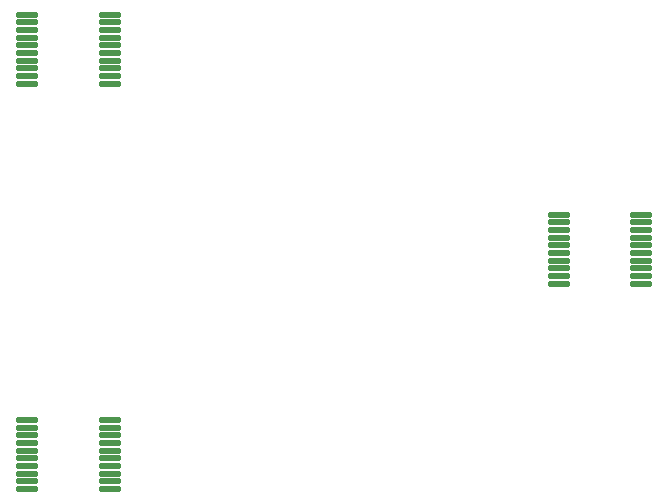
<source format=gbr>
%TF.GenerationSoftware,KiCad,Pcbnew,(6.0.4)*%
%TF.CreationDate,2022-11-15T19:41:09+00:00*%
%TF.ProjectId,pcb_v2,7063625f-7632-42e6-9b69-6361645f7063,rev?*%
%TF.SameCoordinates,Original*%
%TF.FileFunction,Paste,Top*%
%TF.FilePolarity,Positive*%
%FSLAX46Y46*%
G04 Gerber Fmt 4.6, Leading zero omitted, Abs format (unit mm)*
G04 Created by KiCad (PCBNEW (6.0.4)) date 2022-11-15 19:41:09*
%MOMM*%
%LPD*%
G01*
G04 APERTURE LIST*
G04 Aperture macros list*
%AMRoundRect*
0 Rectangle with rounded corners*
0 $1 Rounding radius*
0 $2 $3 $4 $5 $6 $7 $8 $9 X,Y pos of 4 corners*
0 Add a 4 corners polygon primitive as box body*
4,1,4,$2,$3,$4,$5,$6,$7,$8,$9,$2,$3,0*
0 Add four circle primitives for the rounded corners*
1,1,$1+$1,$2,$3*
1,1,$1+$1,$4,$5*
1,1,$1+$1,$6,$7*
1,1,$1+$1,$8,$9*
0 Add four rect primitives between the rounded corners*
20,1,$1+$1,$2,$3,$4,$5,0*
20,1,$1+$1,$4,$5,$6,$7,0*
20,1,$1+$1,$6,$7,$8,$9,0*
20,1,$1+$1,$8,$9,$2,$3,0*%
G04 Aperture macros list end*
%ADD10RoundRect,0.125000X-0.825000X-0.125000X0.825000X-0.125000X0.825000X0.125000X-0.825000X0.125000X0*%
G04 APERTURE END LIST*
D10*
%TO.C,MCP_C1*%
X109490417Y-103698017D03*
X109490417Y-104348017D03*
X109490417Y-104998017D03*
X109490417Y-105648017D03*
X109490417Y-106298017D03*
X109490417Y-106948017D03*
X109490417Y-107598017D03*
X109490417Y-108248017D03*
X109490417Y-108898017D03*
X109490417Y-109548017D03*
X116490417Y-109548017D03*
X116490417Y-108898017D03*
X116490417Y-108248017D03*
X116490417Y-107598017D03*
X116490417Y-106948017D03*
X116490417Y-106298017D03*
X116490417Y-105648017D03*
X116490417Y-104998017D03*
X116490417Y-104348017D03*
X116490417Y-103698017D03*
%TD*%
%TO.C,MCP_A1*%
X64500000Y-121075000D03*
X64500000Y-121725000D03*
X64500000Y-122375000D03*
X64500000Y-123025000D03*
X64500000Y-123675000D03*
X64500000Y-124325000D03*
X64500000Y-124975000D03*
X64500000Y-125625000D03*
X64500000Y-126275000D03*
X64500000Y-126925000D03*
X71500000Y-126925000D03*
X71500000Y-126275000D03*
X71500000Y-125625000D03*
X71500000Y-124975000D03*
X71500000Y-124325000D03*
X71500000Y-123675000D03*
X71500000Y-123025000D03*
X71500000Y-122375000D03*
X71500000Y-121725000D03*
X71500000Y-121075000D03*
%TD*%
%TO.C,MCP_B1*%
X64500000Y-86750000D03*
X64500000Y-87400000D03*
X64500000Y-88050000D03*
X64500000Y-88700000D03*
X64500000Y-89350000D03*
X64500000Y-90000000D03*
X64500000Y-90650000D03*
X64500000Y-91300000D03*
X64500000Y-91950000D03*
X64500000Y-92600000D03*
X71500000Y-92600000D03*
X71500000Y-91950000D03*
X71500000Y-91300000D03*
X71500000Y-90650000D03*
X71500000Y-90000000D03*
X71500000Y-89350000D03*
X71500000Y-88700000D03*
X71500000Y-88050000D03*
X71500000Y-87400000D03*
X71500000Y-86750000D03*
%TD*%
M02*

</source>
